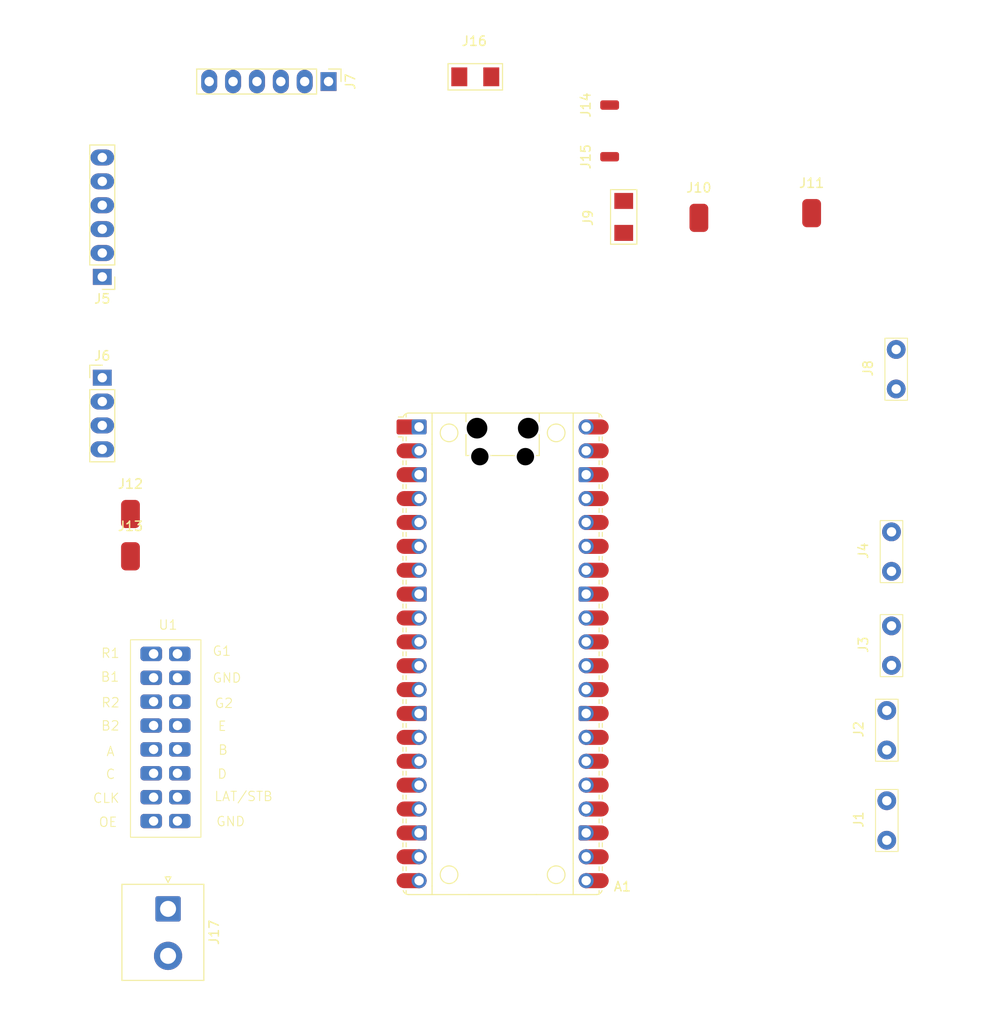
<source format=kicad_pcb>
(kicad_pcb (version 20240108) (generator "pcbnew") (generator_version "8.0")
  (layers (0 "F.Cu" signal) (31 "B.Cu" signal) (34 "B.Paste" user) (35 "F.Paste" user) (36 "B.SilkS" user "B.Silkscreen") (37 "F.SilkS" user "F.Silkscreen") (38 "B.Mask" user) (39 "F.Mask" user) (44 "Edge.Cuts" user))
  (net 0 "")
  (net 1 "+3.3V")
  (net 2 "GND")
  (net 3 "GPIO28_SPI1 RX")
  (net 5 "Net-(A1-GPIO20)")
  (net 7 "SCL")
  (net 8 "Net-(A1-GPIO5)")
  (net 9 "Net-(A1-GPIO16)")
  (net 10 "Net-(A1-GPIO8)")
  (net 11 "Net-(A1-GPIO14)")
  (net 12 "Net-(A1-GPIO21)")
  (net 13 "Net-(A1-GPIO13)")
  (net 14 "Net-(J8-Pin_2)")
  (net 15 "Net-(A1-GPIO4)")
  (net 17 "ADC0")
  (net 18 "Net-(A1-GPIO15)")
  (net 19 "Net-(A1-GPIO17)")
  (net 20 "Net-(A1-GPIO0)")
  (net 21 "SDA")
  (net 23 "Net-(A1-GPIO18)")
  (net 24 "Net-(A1-GPIO22)")
  (net 25 "GPIO27_SPI1 TX")
  (net 26 "Net-(A1-GPIO19)")
  (net 28 "Net-(A1-GPIO9)")
  (net 29 "Net-(A1-GPIO3)")
  (net 31 "Net-(A1-GPIO2)")
  (net 32 "Net-(A1-GPIO10)")
  (net 33 "Net-(A1-GPIO12)")
  (net 34 "Net-(A1-GPIO11)")
  (net 39 "Net-(J8-Pin_1)")
  (net 40 "-BATT")
  (net 41 "+BATT")
  (net 42 "+5V")
  (net 43 "Net-(J14-Pin_1)")
  (footprint "My_Library:buttons_solder_pins" (layer "F.Cu") (at 191.5 119 90)
    (property "Reference" "J1" (at 1 -3 -90) (layer "F.SilkS"))
    (property "Value" "Button_1")
    (fp_rect (start -2.4 -1.2) (end 4.2 1.2) (stroke (width 0.1)) (fill none) (layer "F.SilkS"))
    (pad "1" thru_hole circle (at -1.2 0 90) (size 2 2) (drill 1) (layers "*.Cu" "*.Mask") (net 19 "Net-(A1-GPIO17)"))
    (pad "2" thru_hole circle (at 3 0 90) (size 2 2) (drill 1) (layers "*.Cu" "*.Mask") (net 2 "GND"))
  )
  (footprint "Connector_Wire:SolderWirePad_1x01_SMD_1x2mm" (layer "F.Cu") (at 162 42 90)
    (property "Reference" "J14" (at 0 -2.54 -90) (layer "F.SilkS"))
    (property "Value" "5V")
    (pad "1" smd roundrect (at 0 0 90) (size 1 2) (layers "F.Cu" "F.Paste" "F.Mask") (net 43 "Net-(J14-Pin_1)"))
  )
  (footprint "My_Library:solder_pads_2" (layer "F.Cu") (at 147.6 39)
    (property "Reference" "J16" (at 0 -3.8 0) (layer "F.SilkS"))
    (property "Value" "switch")
    (fp_line (start -2.8 -1.4) (end 3 -1.4) (stroke (width 0.12)) (layer "F.SilkS"))
    (fp_line (start -2.8 1.4) (end -2.8 -1.4) (stroke (width 0.12)) (layer "F.SilkS"))
    (fp_line (start 3 -1.4) (end 3 1.4) (stroke (width 0.12)) (layer "F.SilkS"))
    (fp_line (start 3 1.4) (end -2.8 1.4) (stroke (width 0.12)) (layer "F.SilkS"))
    (pad "1" smd rect (at -1.6 0) (size 1.7 2) (layers "F.Cu" "F.Mask") (net 43 "Net-(J14-Pin_1)"))
    (pad "2" smd rect (at 1.8 0) (size 1.7 2) (layers "F.Cu" "F.Mask") (net 42 "+5V"))
  )
  (footprint "Connector_Wire:SolderWirePad_1x01_SMD_1x2mm" (layer "F.Cu") (at 162 47.5 90)
    (property "Reference" "J15" (at 0 -2.54 -90) (layer "F.SilkS"))
    (property "Value" "GND")
    (pad "1" smd roundrect (at 0 0 90) (size 1 2) (layers "F.Cu" "F.Paste" "F.Mask") (net 2 "GND"))
  )
  (footprint "Connector_PinHeader_2.54mm:PinHeader_1x06_P2.54mm_Vertical" (layer "F.Cu") (at 108 60.28 180)
    (property "Reference" "J5" (at 0 -2.33 180) (layer "F.SilkS"))
    (property "Value" "BME 280")
    (fp_line (start 1.33 1.27) (end 1.33 14.03) (stroke (width 0.12)) (layer "F.SilkS"))
    (fp_line (start -1.33 14.03) (end 1.33 14.03) (stroke (width 0.12)) (layer "F.SilkS"))
    (fp_line (start -1.33 1.27) (end 1.33 1.27) (stroke (width 0.12)) (layer "F.SilkS"))
    (fp_line (start -1.33 1.27) (end -1.33 14.03) (stroke (width 0.12)) (layer "F.SilkS"))
    (fp_line (start -1.33 0) (end -1.33 -1.33) (stroke (width 0.12)) (layer "F.SilkS"))
    (fp_line (start -1.33 -1.33) (end 0 -1.33) (stroke (width 0.12)) (layer "F.SilkS"))
    (pad "1" thru_hole rect (at 0 0 180) (size 2 1.7) (drill 1) (layers "*.Cu" "*.Mask"))
    (pad "2" thru_hole oval (at 0 2.54 180) (size 2.5 1.7) (drill 1) (layers "*.Cu" "*.Mask"))
    (pad "3" thru_hole oval (at 0 5.08 180) (size 2.5 1.7) (drill 1) (layers "*.Cu" "*.Mask") (net 21 "SDA"))
    (pad "4" thru_hole oval (at 0 7.62 180) (size 2.5 1.7) (drill 1) (layers "*.Cu" "*.Mask") (net 7 "SCL"))
    (pad "5" thru_hole oval (at 0 10.16 180) (size 2.5 1.7) (drill 1) (layers "*.Cu" "*.Mask") (net 2 "GND"))
    (pad "6" thru_hole oval (at 0 12.7 180) (size 2.5 1.7) (drill 1) (layers "*.Cu" "*.Mask") (net 1 "+3.3V"))
  )
  (footprint "Connector_JST:JST_NV_B02P-NV_1x02_P5.00mm_Vertical" (layer "F.Cu") (at 115 127.5 -90)
    (property "Reference" "J17" (at 2.5 -4.9 90) (layer "F.SilkS"))
    (property "Value" "terminal block Connector")
    (fp_line (start -2.61 4.91) (end 7.61 4.91) (stroke (width 0.12)) (layer "F.SilkS"))
    (fp_line (start 7.61 4.91) (end 7.61 -3.81) (stroke (width 0.12)) (layer "F.SilkS"))
    (fp_line (start -3.41 0.3) (end -3.41 -0.3) (stroke (width 0.12)) (layer "F.SilkS"))
    (fp_line (start -2.81 0) (end -3.41 0.3) (stroke (width 0.12)) (layer "F.SilkS"))
    (fp_line (start -3.41 -0.3) (end -2.81 0) (stroke (width 0.12)) (layer "F.SilkS"))
    (fp_line (start -2.61 -3.81) (end -2.61 4.91) (stroke (width 0.12)) (layer "F.SilkS"))
    (fp_line (start 7.61 -3.81) (end -2.61 -3.81) (stroke (width 0.12)) (layer "F.SilkS"))
    (pad "1" thru_hole roundrect (at 0 0 270) (size 2.7 2.7) (drill 1.7) (layers "*.Cu" "*.Mask") (roundrect_rratio 0.092593) (net 2 "GND"))
    (pad "2" thru_hole circle (at 5 0 270) (size 3 3) (drill 1.7) (layers "*.Cu" "*.Mask") (net 42 "+5V"))
  )
  (footprint "Connector_PinHeader_2.54mm:PinHeader_1x06_P2.54mm_Vertical" (layer "F.Cu") (at 132.08 39.5 -90)
    (property "Reference" "J7" (at 0 -2.33 90) (layer "F.SilkS"))
    (property "Value" "Micro SD Card module")
    (fp_line (start -1.33 14.03) (end 1.33 14.03) (stroke (width 0.12)) (layer "F.SilkS"))
    (fp_line (start -1.33 1.27) (end -1.33 14.03) (stroke (width 0.12)) (layer "F.SilkS"))
    (fp_line (start -1.33 1.27) (end 1.33 1.27) (stroke (width 0.12)) (layer "F.SilkS"))
    (fp_line (start 1.33 1.27) (end 1.33 14.03) (stroke (width 0.12)) (layer "F.SilkS"))
    (fp_line (start -1.33 0) (end -1.33 -1.33) (stroke (width 0.12)) (layer "F.SilkS"))
    (fp_line (start -1.33 -1.33) (end 0 -1.33) (stroke (width 0.12)) (layer "F.SilkS"))
    (pad "1" thru_hole rect (at 0 0 270) (size 2 1.7) (drill 1) (layers "*.Cu" "*.Mask") (net 2 "GND"))
    (pad "2" thru_hole oval (at 0 2.54 270) (size 2.5 1.7) (drill 1) (layers "*.Cu" "*.Mask") (net 3 "GPIO28_SPI1 RX"))
    (pad "3" thru_hole oval (at 0 5.08 270) (size 2.5 1.7) (drill 1) (layers "*.Cu" "*.Mask") (net 11 "Net-(A1-GPIO14)"))
    (pad "4" thru_hole oval (at 0 7.62 270) (size 2.5 1.7) (drill 1) (layers "*.Cu" "*.Mask") (net 25 "GPIO27_SPI1 TX"))
    (pad "5" thru_hole oval (at 0 10.16 270) (size 2.5 1.7) (drill 1) (layers "*.Cu" "*.Mask") (net 20 "Net-(A1-GPIO0)"))
    (pad "6" thru_hole oval (at 0 12.7 270) (size 2.5 1.7) (drill 1) (layers "*.Cu" "*.Mask") (net 1 "+3.3V"))
  )
  (footprint "My_Library:SolderWirePad_big" (layer "F.Cu") (at 171.5 53.6)
    (property "Reference" "J10" (at 0 -2.8 0) (layer "F.SilkS"))
    (property "Value" "BAT-")
    (pad "1" smd roundrect (at 0 0.4) (size 2 3) (layers "F.Cu" "F.Paste" "F.Mask") (net 40 "-BATT"))
  )
  (footprint "My_Library:hub75" (layer "F.Cu") (at 115 95.3)
    (property "Reference" "U1" (at 0 2 0) (layer "F.SilkS") (effects (font (thickness 0.1))))
    (property "Value" "HUB75")
    (fp_rect (start -4 3.58) (end 3.5 24.58) (stroke (width 0.1)) (fill none) (layer "F.SilkS"))
    (fp_text user "C" (at -6.69 18.46 0) (layer "F.SilkS") (effects (font (thickness 0.1)) (justify left bottom)))
    (fp_text user "E" (at 5.24 13.35 0) (layer "F.SilkS") (effects (font (thickness 0.1)) (justify left bottom)))
    (fp_text user "G2" (at 4.91 10.91 0) (layer "F.SilkS") (effects (font (thickness 0.1)) (justify left bottom)))
    (fp_text user "GND" (at 5.07 23.49 0) (layer "F.SilkS") (effects (font (thickness 0.1)) (justify left bottom)))
    (fp_text user "GND" (at 4.68 8.22 0) (layer "F.SilkS") (effects (font (thickness 0.1)) (justify left bottom)))
    (fp_text user "A" (at -6.62 16.04 0) (layer "F.SilkS") (effects (font (thickness 0.1)) (justify left bottom)))
    (fp_text user "LAT/STB" (at 4.87 20.82 0) (layer "F.SilkS") (effects (font (thickness 0.1)) (justify left bottom)))
    (fp_text user "CLK" (at -8.05 21.01 0) (layer "F.SilkS") (effects (font (thickness 0.1)) (justify left bottom)))
    (fp_text user "B1" (at -7.22 8.11 0) (layer "F.SilkS") (effects (font (thickness 0.1)) (justify left bottom)))
    (fp_text user "G1" (at 4.68 5.36 0) (layer "F.SilkS") (effects (font (thickness 0.1)) (justify left bottom)))
    (fp_text user "R2" (at -7.16 10.85 0) (layer "F.SilkS") (effects (font (thickness 0.1)) (justify left bottom)))
    (fp_text user "R1" (at -7.18 5.59 0) (layer "F.SilkS") (effects (font (thickness 0.1)) (justify left bottom)))
    (fp_text user "OE" (at -7.43 23.56 0) (layer "F.SilkS") (effects (font (thickness 0.1)) (justify left bottom)))
    (fp_text user "B2" (at -7.18 13.31 0) (layer "F.SilkS") (effects (font (thickness 0.1)) (justify left bottom)))
    (fp_text user "B" (at 5.28 15.88 0) (layer "F.SilkS") (effects (font (thickness 0.1)) (justify left bottom)))
    (fp_text user "D" (at 5.2 18.44 0) (layer "F.SilkS") (effects (font (thickness 0.1)) (justify left bottom)))
    (pad "1" thru_hole roundrect (at -1.54 5.08) (size 2.286 1.524) (drill 1 (offset -0.254 0)) (layers "*.Cu" "*.Mask") (net 31 "Net-(A1-GPIO2)"))
    (pad "1" thru_hole roundrect (at -1.54 5.08) (size 2.286 1.524) (drill 1 (offset -0.254 0)) (layers "*.Cu" "*.Mask") (net 31 "Net-(A1-GPIO2)"))
    (pad "2" thru_hole roundrect (at -1.54 7.62) (size 2.286 1.524) (drill 1 (offset -0.254 0)) (layers "*.Cu" "*.Mask") (net 15 "Net-(A1-GPIO4)"))
    (pad "3" thru_hole roundrect (at -1.54 10.16) (size 2.286 1.524) (drill 1 (offset -0.254 0)) (layers "*.Cu" "*.Mask") (net 8 "Net-(A1-GPIO5)"))
    (pad "4" thru_hole roundrect (at -1.54 12.7) (size 2.286 1.524) (drill 1 (offset -0.254 0)) (layers "*.Cu" "*.Mask") (net 28 "Net-(A1-GPIO9)"))
    (pad "5" thru_hole roundrect (at -1.54 15.24) (size 2.286 1.524) (drill 1 (offset -0.254 0)) (layers "*.Cu" "*.Mask") (net 32 "Net-(A1-GPIO10)"))
    (pad "6" thru_hole roundrect (at -1.54 17.78) (size 2.286 1.524) (drill 1 (offset -0.254 0)) (layers "*.Cu" "*.Mask") (net 23 "Net-(A1-GPIO18)"))
    (pad "7" thru_hole roundrect (at -1.54 20.32) (size 2.286 1.524) (drill 1 (offset -0.254 0)) (layers "*.Cu" "*.Mask") (net 34 "Net-(A1-GPIO11)"))
    (pad "8" thru_hole roundrect (at -1.54 22.86) (size 2.286 1.524) (drill 1 (offset -0.254 0)) (layers "*.Cu" "*.Mask") (net 13 "Net-(A1-GPIO13)"))
    (pad "9" thru_hole roundrect (at 1 5.08) (size 2.286 1.524) (drill 1 (offset 0.254 0)) (layers "*.Cu" "*.Mask") (net 29 "Net-(A1-GPIO3)"))
    (pad "9" thru_hole roundrect (at 1 5.08) (size 2.286 1.524) (drill 1 (offset 0.254 0)) (layers "*.Cu" "*.Mask") (net 29 "Net-(A1-GPIO3)"))
    (pad "10" thru_hole roundrect (at 1 7.62) (size 2.286 1.524) (drill 1 (offset 0.254 0)) (layers "*.Cu" "*.Mask"))
    (pad "11" thru_hole roundrect (at 1 10.16) (size 2.286 1.524) (drill 1 (offset 0.254 0)) (layers "*.Cu" "*.Mask") (net 10 "Net-(A1-GPIO8)"))
    (pad "12" thru_hole roundrect (at 1 12.7) (size 2.286 1.524) (drill 1 (offset 0.254 0)) (layers "*.Cu" "*.Mask"))
    (pad "13" thru_hole roundrect (at 1 15.24) (size 2.286 1.524) (drill 1 (offset 0.254 0)) (layers "*.Cu" "*.Mask") (net 9 "Net-(A1-GPIO16)"))
    (pad "14" thru_hole roundrect (at 1 17.78) (size 2.286 1.524) (drill 1 (offset 0.254 0)) (layers "*.Cu" "*.Mask") (net 5 "Net-(A1-GPIO20)"))
    (pad "15" thru_hole roundrect (at 1 20.32) (size 2.286 1.524) (drill 1 (offset 0.254 0)) (layers "*.Cu" "*.Mask") (net 33 "Net-(A1-GPIO12)"))
    (pad "16" thru_hole roundrect (at 1 22.86) (size 2.286 1.524) (drill 1 (offset 0.254 0)) (layers "*.Cu" "*.Mask") (net 2 "GND"))
  )
  (footprint "My_Library:solder_pads_2" (layer "F.Cu") (at 163.5 54 90)
    (property "Reference" "J9" (at 0 -3.8 -90) (layer "F.SilkS"))
    (property "Value" "button_on_module")
    (fp_line (start 3 -1.4) (end 3 1.4) (stroke (width 0.12)) (layer "F.SilkS"))
    (fp_line (start -2.8 -1.4) (end 3 -1.4) (stroke (width 0.12)) (layer "F.SilkS"))
    (fp_line (start 3 1.4) (end -2.8 1.4) (stroke (width 0.12)) (layer "F.SilkS"))
    (fp_line (start -2.8 1.4) (end -2.8 -1.4) (stroke (width 0.12)) (layer "F.SilkS"))
    (pad "1" smd rect (at -1.6 0 90) (size 1.7 2) (layers "F.Cu" "F.Mask") (net 39 "Net-(J8-Pin_1)"))
    (pad "2" smd rect (at 1.8 0 90) (size 1.7 2) (layers "F.Cu" "F.Mask") (net 14 "Net-(J8-Pin_2)"))
  )
  (footprint "My_Library:buttons_solder_pins" (layer "F.Cu") (at 192 100.4 90)
    (property "Reference" "J3" (at 1 -3 -90) (layer "F.SilkS"))
    (property "Value" "Button_3")
    (fp_rect (start -2.4 -1.2) (end 4.2 1.2) (stroke (width 0.1)) (fill none) (layer "F.SilkS"))
    (pad "1" thru_hole circle (at -1.2 0 90) (size 2 2) (drill 1) (layers "*.Cu" "*.Mask") (net 12 "Net-(A1-GPIO21)"))
    (pad "2" thru_hole circle (at 3 0 90) (size 2 2) (drill 1) (layers "*.Cu" "*.Mask") (net 2 "GND"))
  )
  (footprint "My_Library:buttons_solder_pins" (layer "F.Cu") (at 192.5 71 90)
    (property "Reference" "J8" (at 1 -3 -90) (layer "F.SilkS"))
    (property "Value" "Button_5")
    (fp_rect (start -2.4 -1.2) (end 4.2 1.2) (stroke (width 0.1)) (fill none) (layer "F.SilkS"))
    (pad "1" thru_hole circle (at -1.2 0 90) (size 2 2) (drill 1) (layers "*.Cu" "*.Mask") (net 39 "Net-(J8-Pin_1)"))
    (pad "2" thru_hole circle (at 3 0 90) (size 2 2) (drill 1) (layers "*.Cu" "*.Mask") (net 14 "Net-(J8-Pin_2)"))
  )
  (footprint "My_Library:buttons_solder_pins" (layer "F.Cu") (at 191.5 109.4 90)
    (property "Reference" "J2" (at 1 -3 -90) (layer "F.SilkS"))
    (property "Value" "Button_2")
    (fp_rect (start -2.4 -1.2) (end 4.2 1.2) (stroke (width 0.1)) (fill none) (layer "F.SilkS"))
    (pad "1" thru_hole circle (at -1.2 0 90) (size 2 2) (drill 1) (layers "*.Cu" "*.Mask") (net 26 "Net-(A1-GPIO19)"))
    (pad "2" thru_hole circle (at 3 0 90) (size 2 2) (drill 1) (layers "*.Cu" "*.Mask") (net 2 "GND"))
  )
  (footprint "My_Library:SolderWirePad_big" (layer "F.Cu") (at 183.5 53.1)
    (property "Reference" "J11" (at 0 -2.8 0) (layer "F.SilkS"))
    (property "Value" "BAT+")
    (pad "1" smd roundrect (at 0 0.4) (size 2 3) (layers "F.Cu" "F.Paste" "F.Mask") (net 41 "+BATT"))
  )
  (footprint "My_Library:SolderWirePad_big" (layer "F.Cu") (at 111 85.1)
    (property "Reference" "J12" (at 0 -2.8 0) (layer "F.SilkS"))
    (property "Value" "BAT-")
    (pad "1" smd roundrect (at 0 0.4) (size 2 3) (layers "F.Cu" "F.Paste" "F.Mask") (net 40 "-BATT"))
  )
  (footprint "Module_RaspberryPi_Pico:RaspberryPi_Pico_Common" (layer "F.Cu") (at 150.61 100.37)
    (property "Reference" "A1" (at 11.7475 24.765 0) (layer "F.SilkS") (effects (justify left)))
    (property "Value" "RaspberryPi_Pico_W")
    (fp_line (start -10.61 -23.07) (end -11.09 -23.07) (stroke (width 0.12)) (layer "F.SilkS"))
    (fp_line (start -10.61 -23.07) (end -10.61 -22.65) (stroke (width 0.12)) (layer "F.SilkS"))
    (fp_line (start -10.61 -20.53) (end -10.61 -20.11) (stroke (width 0.12)) (layer "F.SilkS"))
    (fp_line (start -10.61 -17.99) (end -10.61 -17.57) (stroke (width 0.12)) (layer "F.SilkS"))
    (fp_line (start -10.61 -15.45) (end -10.61 -15.03) (stroke (width 0.12)) (layer "F.SilkS"))
    (fp_line (start -10.61 -12.91) (end -10.61 -12.49) (stroke (width 0.12)) (layer "F.SilkS"))
    (fp_line (start -10.61 -10.37) (end -10.61 -9.95) (stroke (width 0.12)) (layer "F.SilkS"))
    (fp_line (start -10.61 -7.83) (end -10.61 -7.41) (stroke (width 0.12)) (layer "F.SilkS"))
    (fp_line (start -10.61 -5.29) (end -10.61 -4.87) (stroke (width 0.12)) (layer "F.SilkS"))
    (fp_line (start -10.61 -2.75) (end -10.61 -2.33) (stroke (width 0.12)) (layer "F.SilkS"))
    (fp_line (start -10.61 -0.21) (end -10.61 0.21) (stroke (width 0.12)) (layer "F.SilkS"))
    (fp_line (start -10.61 2.33) (end -10.61 2.75) (stroke (width 0.12)) (layer "F.SilkS"))
    (fp_line (start -10.61 4.87) (end -10.61 5.29) (stroke (width 0.12)) (layer "F.SilkS"))
    (fp_line (start -10.61 7.41) (end -10.61 7.83) (stroke (width 0.12)) (layer "F.SilkS"))
    (fp_line (start -10.61 9.95) (end -10.61 10.37) (stroke (width 0.12)) (layer "F.SilkS"))
    (fp_line (start -10.61 12.49) (end -10.61 12.91) (stroke (width 0.12)) (layer "F.SilkS"))
    (fp_line (start -10.61 15.03) (end -10.61 15.45) (stroke (width 0.12)) (layer "F.SilkS"))
    (fp_line (start -10.61 17.57) (end -10.61 17.99) (stroke (width 0.12)) (layer "F.SilkS"))
    (fp_line (start -10.61 20.11) (end -10.61 20.53) (stroke (width 0.12)) (layer "F.SilkS"))
    (fp_line (start -10.61 22.65) (end -10.61 23.07) (stroke (width 0.12)) (layer "F.SilkS"))
    (fp_line (start -10.579676 -25.19) (end -11.09 -25.19) (stroke (width 0.12)) (layer "F.SilkS"))
    (fp_line (start -10.27 -25.189937) (end -10.27 -25.547) (stroke (width 0.12)) (layer "F.SilkS"))
    (fp_line (start -10.27 -23.07) (end -10.27 -22.65) (stroke (width 0.12)) (layer "F.SilkS"))
    (fp_line (start -10.27 -20.53) (end -10.27 -20.11) (stroke (width 0.12)) (layer "F.SilkS"))
    (fp_line (start -10.27 -17.99) (end -10.27 -17.57) (stroke (width 0.12)) (layer "F.SilkS"))
    (fp_line (start -10.27 -15.45) (end -10.27 -15.03) (stroke (width 0.12)) (layer "F.SilkS"))
    (fp_line (start -10.27 -12.91) (end -10.27 -12.49) (stroke (width 0.12)) (layer "F.SilkS"))
    (fp_line (start -10.27 -10.37) (end -10.27 -9.95) (stroke (width 0.12)) (layer "F.SilkS"))
    (fp_line (start -10.27 -7.83) (end -10.27 -7.41) (stroke (width 0.12)) (layer "F.SilkS"))
    (fp_line (start -10.27 -5.29) (end -10.27 -4.87) (stroke (width 0.12)) (layer "F.SilkS"))
    (fp_line (start -10.27 -2.75) (end -10.27 -2.33) (stroke (width 0.12)) (layer "F.SilkS"))
    (fp_line (start -10.27 -0.21) (end -10.27 0.21) (stroke (width 0.12)) (layer "F.SilkS"))
    (fp_line (start -10.27 2.33) (end -10.27 2.75) (stroke (width 0.12)) (layer "F.SilkS"))
    (fp_line (start -10.27 4.87) (end -10.27 5.29) (stroke (width 0.12)) (layer "F.SilkS"))
    (fp_line (start -10.27 7.41) (end -10.27 7.83) (stroke (width 0.12)) (layer "F.SilkS"))
    (fp_line (start -10.27 9.95) (end -10.27 10.37) (stroke (width 0.12)) (layer "F.SilkS"))
    (fp_line (start -10.27 12.49) (end -10.27 12.91) (stroke (width 0.12)) (layer "F.SilkS"))
    (fp_line (start -10.27 15.03) (end -10.27 15.45) (stroke (width 0.12)) (layer "F.SilkS"))
    (fp_line (start -10.27 17.57) (end -10.27 17.99) (stroke (width 0.12)) (layer "F.SilkS"))
    (fp_line (start -10.27 20.11) (end -10.27 20.53) (stroke (width 0.12)) (layer "F.SilkS"))
    (fp_line (start -10.27 22.65) (end -10.27 23.07) (stroke (width 0.12)) (layer "F.SilkS"))
    (fp_line (start -10.27 25.189937) (end -10.27 25.547) (stroke (width 0.12)) (layer "F.SilkS"))
    (fp_line (start -10 -25.61) (end -7.51 -25.61) (stroke (width 0.12)) (layer "F.SilkS"))
    (fp_line (start -10 25.61) (end -3.6 25.61) (stroke (width 0.12)) (layer "F.SilkS"))
    (fp_line (start -7.51 -25.61) (end -7.51 -24.69648) (stroke (width 0.12)) (layer "F.SilkS"))
    (fp_line (start -7.51 -25.61) (end -4.235 -25.61) (stroke (width 0.12)) (layer "F.SilkS"))
    (fp_line (start -7.51 -24.69648) (end -7.51 -22.30352) (stroke (width 0.12)) (layer "F.SilkS"))
    (fp_line (start -7.51 -22.30352) (end -7.51 22.30352) (stroke (width 0.12)) (layer "F.SilkS"))
    (fp_line (start -7.51 22.30352) (end -7.51 24.69648) (stroke (width 0.12)) (layer "F.SilkS"))
    (fp_line (start -7.51 24.69648) (end -7.51 25.61) (stroke (width 0.12)) (layer "F.SilkS"))
    (fp_line (start -4.235 -25.61) (end 4.235 -25.61) (stroke (width 0.12)) (layer "F.SilkS"))
    (fp_line (start -3.9 -25.61) (end -3.9 -24.694) (stroke (width 0.12)) (layer "F.SilkS"))
    (fp_line (start -3.9 -23.3152) (end -3.9 -21.09) (stroke (width 0.12)) (layer "F.SilkS"))
    (fp_line (start -3.9 -21.09) (end -3.60391 -21.09) (stroke (width 0.12)) (layer "F.SilkS"))
    (fp_line (start -1.24609 -21.09) (end 1.24609 -21.09) (stroke (width 0.12)) (layer "F.SilkS"))
    (fp_line (start 3.6 25.61) (end -3.6 25.61) (stroke (width 0.12)) (layer "F.SilkS"))
    (fp_line (start 3.6 25.61) (end 10 25.61) (stroke (width 0.12)) (layer "F.SilkS"))
    (fp_line (start 3.60391 -21.09) (end 3.9 -21.09) (stroke (width 0.12)) (layer "F.SilkS"))
    (fp_line (start 3.9 -25.61) (end 3.9 -24.694) (stroke (width 0.12)) (layer "F.SilkS"))
    (fp_line (start 3.9 -23.3152) (end 3.9 -21.09) (stroke (width 0.12)) (layer "F.SilkS"))
    (fp_line (start 4.235 -25.61) (end 7.51 -25.61) (stroke (width 0.12)) (layer "F.SilkS"))
    (fp_line (start 7.51 -25.61) (end 7.51 -24.69648) (stroke (width 0.12)) (layer "F.SilkS"))
    (fp_line (start 7.51 -24.69648) (end 7.51 -22.30352) (stroke (width 0.12)) (layer "F.SilkS"))
    (fp_line (start 7.51 -22.30352) (end 7.51 22.30352) (stroke (width 0.12)) (layer "F.SilkS"))
    (fp_line (start 7.51 22.30352) (end 7.51 24.69648) (stroke (width 0.12)) (layer "F.SilkS"))
    (fp_line (start 7.51 24.69648) (end 7.51 25.61) (stroke (width 0.12)) (layer "F.SilkS"))
    (fp_line (start 10 -25.61) (end 7.51 -25.61) (stroke (width 0.12)) (layer "F.SilkS"))
    (fp_line (start 10.27 -25.189937) (end 10.27 -25.547) (stroke (width 0.12)) (layer "F.SilkS"))
    (fp_line (start 10.27 -23.07) (end 10.27 -22.65) (stroke (width 0.12)) (layer "F.SilkS"))
    (fp_line (start 10.27 -20.53) (end 10.27 -20.11) (stroke (width 0.12)) (layer "F.SilkS"))
    (fp_line (start 10.27 -17.99) (end 10.27 -17.57) (stroke (width 0.12)) (layer "F.SilkS"))
    (fp_line (start 10.27 -15.45) (end 10.27 -15.03) (stroke (width 0.12)) (layer "F.SilkS"))
    (fp_line (start 10.27 -12.91) (end 10.27 -12.49) (stroke (width 0.12)) (layer "F.SilkS"))
    (fp_line (start 10.27 -10.37) (end 10.27 -9.95) (stroke (width 0.12)) (layer "F.SilkS"))
    (fp_line (start 10.27 -7.83) (end 10.27 -7.41) (stroke (width 0.12)) (layer "F.SilkS"))
    (fp_line (start 10.27 -5.29) (end 10.27 -4.87) (stroke (width 0.12)) (layer "F.SilkS"))
    (fp_line (start 10.27 -2.75) (end 10.27 -2.33) (stroke (width 0.12)) (layer "F.SilkS"))
    (fp_line (start 10.27 -0.21) (end 10.27 0.21) (stroke (width 0.12)) (layer "F.SilkS"))
    (fp_line (start 10.27 2.33) (end 10.27 2.75) (stroke (width 0.12)) (layer "F.SilkS"))
    (fp_line (start 10.27 4.87) (end 10.27 5.29) (stroke (width 0.12)) (layer "F.SilkS"))
    (fp_line (start 10.27 7.41) (end 10.27 7.83) (stroke (width 0.12)) (layer "F.SilkS"))
    (fp_line (start 10.27 9.95) (end 10.27 10.37) (stroke (width 0.12)) (layer "F.SilkS"))
    (fp_line (start 10.27 12.49) (end 10.27 12.91) (stroke (width 0.12)) (layer "F.SilkS"))
    (fp_line (start 10.27 15.03) (end 10.27 15.45) (stroke (width 0.12)) (layer "F.SilkS"))
    (fp_line (start 10.27 17.57) (end 10.27 17.99) (stroke (width 0.12)) (layer "F.SilkS"))
    (fp_line (start 10.27 20.11) (end 10.27 20.53) (stroke (width 0.12)) (layer "F.SilkS"))
    (fp_line (start 10.27 22.65) (end 10.27 23.07) (stroke (width 0.12)) (layer "F.SilkS"))
    (fp_line (start 10.27 25.189937) (end 10.27 25.547) (stroke (width 0.12)) (layer "F.SilkS"))
    (fp_line (start 10.61 -23.07) (end 10.61 -22.65) (stroke (width 0.12)) (layer "F.SilkS"))
    (fp_line (start 10.61 -20.53) (end 10.61 -20.11) (stroke (width 0.12)) (layer "F.SilkS"))
    (fp_line (start 10.61 -17.99) (end 10.61 -17.57) (stroke (width 0.12)) (layer "F.SilkS"))
    (fp_line (start 10.61 -15.45) (end 10.61 -15.03) (stroke (width 0.12)) (layer "F.SilkS"))
    (fp_line (start 10.61 -12.91) (end 10.61 -12.49) (stroke (width 0.12)) (layer "F.SilkS"))
    (fp_line (start 10.61 -10.37) (end 10.61 -9.95) (stroke (width 0.12)) (layer "F.SilkS"))
    (fp_line (start 10.61 -7.83) (end 10.61 -7.41) (stroke (width 0.12)) (layer "F.SilkS"))
    (fp_line (start 10.61 -5.29) (end 10.61 -4.87) (stroke (width 0.12)) (layer "F.SilkS"))
    (fp_line (start 10.61 -2.75) (end 10.61 -2.33) (stroke (width 0.12)) (layer "F.SilkS"))
    (fp_line (start 10.61 -0.21) (end 10.61 0.21) (stroke (width 0.12)) (layer "F.SilkS"))
    (fp_line (start 10.61 2.33) (end 10.61 2.75) (stroke (width 0.12)) (layer "F.SilkS"))
    (fp_line (start 10.61 4.87) (end 10.61 5.29) (stroke (width 0.12)) (layer "F.SilkS"))
    (fp_line (start 10.61 7.41) (end 10.61 7.83) (stroke (width 0.12)) (layer "F.SilkS"))
    (fp_line (start 10.61 9.95) (end 10.61 10.37) (stroke (width 0.12)) (layer "F.SilkS"))
    (fp_line (start 10.61 12.49) (end 10.61 12.91) (stroke (width 0.12)) (layer "F.SilkS"))
    (fp_line (start 10.61 15.03) (end 10.61 15.45) (stroke (width 0.12)) (layer "F.SilkS"))
    (fp_line (start 10.61 17.57) (end 10.61 17.99) (stroke (width 0.12)) (layer "F.SilkS"))
    (fp_line (start 10.61 20.11) (end 10.61 20.53) (stroke (width 0.12)) (layer "F.SilkS"))
    (fp_line (start 10.61 22.65) (end 10.61 23.07) (stroke (width 0.12)) (layer "F.SilkS"))
    (fp_arc (start -10.579676 -25.19) (mid -10.357916 -25.49396) (end -10 -25.61) (stroke (width 0.12)) (layer "F.SilkS"))
    (fp_arc (start -10 25.61) (mid -10.357937 25.493944) (end -10.579676 25.189937) (stroke (width 0.12)) (layer "F.SilkS"))
    (fp_arc (start 10 -25.61) (mid 10.357937 -25.493944) (end 10.579676 -25.189937) (stroke (width 0.12)) (layer "F.SilkS"))
    (fp_arc (start 10.579676 25.189937) (mid 10.357958 25.493991) (end 10 25.61) (stroke (width 0.12)) (layer "F.SilkS"))
    (fp_circle (center -5.7 -23.5) (end -4.76 -23.5) (stroke (width 0.12)) (fill none) (layer "F.SilkS"))
    (fp_circle (center -5.7 23.5) (end -4.76 23.5) (stroke (width 0.12)) (fill none) (layer "F.SilkS"))
    (fp_circle (center 5.7 -23.5) (end 6.64 -23.5) (stroke (width 0.12)) (fill none) (layer "F.SilkS"))
    (fp_circle (center 5.7 23.5) (end 6.64 23.5) (stroke (width 0.12)) (fill none) (layer "F.SilkS"))
    (pad "" np_thru_hole circle (at -2.725 -24) (size 2.2 2.2) (drill 2.2) (layers "*.Mask"))
    (pad "" np_thru_hole circle (at -2.425 -20.97) (size 1.85 1.85) (drill 1.85) (layers "*.Mask"))
    (pad "" np_thru_hole circle (at 2.425 -20.97) (size 1.85 1.85) (drill 1.85) (layers "*.Mask"))
    (pad "" np_thru_hole circle (at 2.725 -24) (size 2.2 2.2) (drill 2.2) (layers "*.Mask"))
    (pad "1" thru_hole roundrect (at -8.89 -24.13) (size 1.6 1.6) (drill 1) (layers "*.Cu" "*.Mask") (roundrect_rratio 0.125) (net 20 "Net-(A1-GPIO0)"))
    (pad "1" smd custom (at -8.89 -24.13) (size 1.6 1.6) (layers "F.Cu" "F.Mask") (net 20 "Net-(A1-GPIO0)") (options (clearance outline) (anchor circle)) (primitives (gr_poly (pts (xy -2.4 0.6) (xy -2.4 -0.6) (xy -2.2 -0.8) (xy 0 -0.8) (xy 0 0.8) (xy -2.2 0.8)) (width 0) (fill yes)) (gr_circle (center -2.2 0.6) (end -2 0.6) (width 0) (fill yes)) (gr_circle (center -2.2 -0.6) (end -2 -0.6) (width 0) (fill yes))))
    (pad "2" thru_hole circle (at -8.89 -21.59) (size 1.6 1.6) (drill 1) (layers "*.Cu" "*.Mask"))
    (pad "2" smd roundrect (at -8.89 -21.59) (size 3.2 1.6) (drill (offset -0.8 0)) (layers "F.Cu" "F.Mask") (roundrect_rratio 0.5))
    (pad "3" thru_hole custom (at -8.89 -19.05) (size 1.6 1.6) (drill 1) (layers "*.Cu" "*.Mask") (net 2 "GND") (options (clearance outline) (anchor circle)) (primitives (gr_poly (pts (xy 0.8 0.6) (xy 0.8 -0.6) (xy 0.6 -0.8) (xy 0 -0.8) (xy 0 0.8) (xy 0.6 0.8)) (width 0) (fill yes)) (gr_circle (center 0.6 0.6) (end 0.8 0.6) (width 0) (fill yes)) (gr_circle (center 0.6 -0.6) (end 0.8 -0.6) (width 0) (fill yes))))
    (pad "3" smd custom (at -8.89 -19.05) (size 1.6 1.6) (layers "F.Cu" "F.Mask") (net 2 "GND") (options (clearance outline) (anchor circle)) (primitives (gr_poly (pts (xy 0.8 -0.6) (xy 0.8 0.6) (xy 0.6 0.8) (xy -1.6 0.8) (xy -1.6 -0.8) (xy 0.6 -0.8)) (width 0) (fill yes)) (gr_circle (center 0.6 0.6) (end 0.8 0.6) (width 0) (fill yes)) (gr_circle (center 0.6 -0.6) (end 0.8 -0.6) (width 0) (fill yes)) (gr_circle (center -1.6 0) (end -0.8 0) (width 0) (fill yes))))
    (pad "4" thru_hole circle (at -8.89 -16.51) (size 1.6 1.6) (drill 1) (layers "*.Cu" "*.Mask") (net 31 "Net-(A1-GPIO2)"))
    (pad "4" smd roundrect (at -8.89 -16.51) (size 3.2 1.6) (drill (offset -0.8 0)) (layers "F.Cu" "F.Mask") (roundrect_rratio 0.5) (net 31 "Net-(A1-GPIO2)"))
    (pad "5" thru_hole circle (at -8.89 -13.97) (size 1.6 1.6) (drill 1) (layers "*.Cu" "*.Mask") (net 29 "Net-(A1-GPIO3)"))
    (pad "5" smd roundrect (at -8.89 -13.97) (size 3.2 1.6) (drill (offset -0.8 0)) (layers "F.Cu" "F.Mask") (roundrect_rratio 0.5) (net 29 "Net-(A1-GPIO3)"))
    (pad "6" thru_hole circle (at -8.89 -11.43) (size 1.6 1.6) (drill 1) (layers "*.Cu" "*.Mask") (net 15 "Net-(A1-GPIO4)"))
    (pad "6" smd roundrect (at -8.89 -11.43) (size 3.2 1.6) (drill (offset -0.8 0)) (layers "F.Cu" "F.Mask") (roundrect_rratio 0.5) (net 15 "Net-(A1-GPIO4)"))
    (pad "7" thru_hole circle (at -8.89 -8.89) (size 1.6 1.6) (drill 1) (layers "*.Cu" "*.Mask") (net 8 "Net-(A1-GPIO5)"))
    (pad "7" smd roundrect (at -8.89 -8.89) (size 3.2 1.6) (drill (offset -0.8 0)) (layers "F.Cu" "F.Mask") (roundrect_rratio 0.5) (net 8 "Net-(A1-GPIO5)"))
    (pad "8" thru_hole custom (at -8.89 -6.35) (size 1.6 1.6) (drill 1) (layers "*.Cu" "*.Mask") (net 2 "GND") (options (clearance outline) (anchor circle)) (primitives (gr_poly (pts (xy 0.8 0.6) (xy 0.8 -0.6) (xy 0.6 -0.8) (xy 0 -0.8) (xy 0 0.8) (xy 0.6 0.8)) (width 0) (fill yes)) (gr_circle (center 0.6 0.6) (end 0.8 0.6) (width 0) (fill yes)) (gr_circle (center 0.6 -0.6) (end 0.8 -0.6) (width 0) (fill yes))))
    (pad "8" smd custom (at -8.89 -6.35) (size 1.6 1.6) (layers "F.Cu" "F.Mask") (net 2 "GND") (options (clearance outline) (anchor circle)) (primitives (gr_poly (pts (xy 0.8 -0.6) (xy 0.8 0.6) (xy 0.6 0.8) (xy -1.6 0.8) (xy -1.6 -0.8) (xy 0.6 -0.8)) (width 0) (fill yes)) (gr_circle (center 0.6 0.6) (end 0.8 0.6) (width 0) (fill yes)) (gr_circle (center 0.6 -0.6) (end 0.8 -0.6) (width 0) (fill yes)) (gr_circle (center -1.6 0) (end -0.8 0) (width 0) (fill yes))))
    (pad "9" thru_hole circle (at -8.89 -3.81) (size 1.6 1.6) (drill 1) (layers "*.Cu" "*.Mask") (net 21 "SDA"))
    (pad "9" smd roundrect (at -8.89 -3.81) (size 3.2 1.6) (drill (offset -0.8 0)) (layers "F.Cu" "F.Mask") (roundrect_rratio 0.5) (net 21 "SDA"))
    (pad "10" thru_hole circle (at -8.89 -1.27) (size 1.6 1.6) (drill 1) (layers "*.Cu" "*.Mask") (net 7 "SCL"))
    (pad "10" smd roundrect (at -8.89 -1.27) (size 3.2 1.6) (drill (offset -0.8 0)) (layers "F.Cu" "F.Mask") (roundrect_rratio 0.5) (net 7 "SCL"))
    (pad "11" thru_hole circle (at -8.89 1.27) (size 1.6 1.6) (drill 1) (layers "*.Cu" "*.Mask") (net 10 "Net-(A1-GPIO8)"))
    (pad "11" smd roundrect (at -8.89 1.27) (size 3.2 1.6) (drill (offset -0.8 0)) (layers "F.Cu" "F.Mask") (roundrect_rratio 0.5) (net 10 "Net-(A1-GPIO8)"))
    (pad "12" thru_hole circle (at -8.89 3.81) (size 1.6 1.6) (drill 1) (layers "*.Cu" "*.Mask") (net 28 "Net-(A1-GPIO9)"))
    (pad "12" smd roundrect (at -8.89 3.81) (size 3.2 1.6) (drill (offset -0.8 0)) (layers "F.Cu" "F.Mask") (roundrect_rratio 0.5) (net 28 "Net-(A1-GPIO9)"))
    (pad "13" thru_hole custom (at -8.89 6.35) (size 1.6 1.6) (drill 1) (layers "*.Cu" "*.Mask") (net 2 "GND") (options (clearance outline) (anchor circle)) (primitives (gr_poly (pts (xy 0.8 0.6) (xy 0.8 -0.6) (xy 0.6 -0.8) (xy 0 -0.8) (xy 0 0.8) (xy 0.6 0.8)) (width 0) (fill yes)) (gr_circle (center 0.6 0.6) (end 0.8 0.6) (width 0) (fill yes)) (gr_circle (center 0.6 -0.6) (end 0.8 -0.6) (width 0) (fill yes))))
    (pad "13" smd custom (at -8.89 6.35) (size 1.6 1.6) (layers "F.Cu" "F.Mask") (net 2 "GND") (options (clearance outline) (anchor circle)) (primitives (gr_poly (pts (xy 0.8 -0.6) (xy 0.8 0.6) (xy 0.6 0.8) (xy -1.6 0.8) (xy -1.6 -0.8) (xy 0.6 -0.8)) (width 0) (fill yes)) (gr_circle (center 0.6 0.6) (end 0.8 0.6) (width 0) (fill yes)) (gr_circle (center 0.6 -0.6) (end 0.8 -0.6) (width 0) (fill yes)) (gr_circle (center -1.6 0) (end -0.8 0) (width 0) (fill yes))))
    (pad "14" thru_hole circle (at -8.89 8.89) (size 1.6 1.6) (drill 1) (layers "*.Cu" "*.Mask") (net 32 "Net-(A1-GPIO10)"))
    (pad "14" smd roundrect (at -8.89 8.89) (size 3.2 1.6) (drill (offset -0.8 0)) (layers "F.Cu" "F.Mask") (roundrect_rratio 0.5) (net 32 "Net-(A1-GPIO10)"))
    (pad "15" thru_hole circle (at -8.89 11.43) (size 1.6 1.6) (drill 1) (layers "*.Cu" "*.Mask") (net 34 "Net-(A1-GPIO11)"))
    (pad "15" smd roundrect (at -8.89 11.43) (size 3.2 1.6) (drill (offset -0.8 0)) (layers "F.Cu" "F.Mask") (roundrect_rratio 0.5) (net 34 "Net-(A1-GPIO11)"))
    (pad "16" thru_hole circle (at -8.89 13.97) (size 1.6 1.6) (drill 1) (layers "*.Cu" "*.Mask") (net 33 "Net-(A1-GPIO12)"))
    (pad "16" smd roundrect (at -8.89 13.97) (size 3.2 1.6) (drill (offset -0.8 0)) (layers "F.Cu" "F.Mask") (roundrect_rratio 0.5) (net 33 "Net-(A1-GPIO12)"))
    (pad "17" thru_hole circle (at -8.89 16.51) (size 1.6 1.6) (drill 1) (layers "*.Cu" "*.Mask") (net 13 "Net-(A1-GPIO13)"))
    (pad "17" smd roundrect (at -8.89 16.51) (size 3.2 1.6) (drill (offset -0.8 0)) (layers "F.Cu" "F.Mask") (roundrect_rratio 0.5) (net 13 "Net-(A1-GPIO13)"))
    (pad "18" thru_hole custom (at -8.89 19.05) (size 1.6 1.6) (drill 1) (layers "*.Cu" "*.Mask") (net 2 "GND") (options (clearance outline) (anchor circle)) (primitives (gr_poly (pts (xy 0.8 0.6) (xy 0.8 -0.6) (xy 0.6 -0.8) (xy 0 -0.8) (xy 0 0.8) (xy 0.6 0.8)) (width 0) (fill yes)) (gr_circle (center 0.6 0.6) (end 0.8 0.6) (width 0) (fill yes)) (gr_circle (center 0.6 -0.6) (end 0.8 -0.6) (width 0) (fill yes))))
    (pad "18" smd custom (at -8.89 19.05) (size 1.6 1.6) (layers "F.Cu" "F.Mask") (net 2 "GND") (options (clearance outline) (anchor circle)) (primitives (gr_poly (pts (xy 0.8 -0.6) (xy 0.8 0.6) (xy 0.6 0.8) (xy -1.6 0.8) (xy -1.6 -0.8) (xy 0.6 -0.8)) (width 0) (fill yes)) (gr_circle (center 0.6 0.6) (end 0.8 0.6) (width 0) (fill yes)) (gr_circle (center 0.6 -0.6) (end 0.8 -0.6) (width 0) (fill yes)) (gr_circle (center -1.6 0) (end -0.8 0) (width 0) (fill yes))))
    (pad "19" thru_hole circle (at -8.89 21.59) (size 1.6 1.6) (drill 1) (layers "*.Cu" "*.Mask") (net 11 "Net-(A1-GPIO14)"))
    (pad "19" smd roundrect (at -8.89 21.59) (size 3.2 1.6) (drill (offset -0.8 0)) (layers "F.Cu" "F.Mask") (roundrect_rratio 0.5) (net 11 "Net-(A1-GPIO14)"))
    (pad "20" thru_hole circle (at -8.89 24.13) (size 1.6 1.6) (drill 1) (layers "*.Cu" "*.Mask") (net 18 "Net-(A1-GPIO15)"))
    (pad "20" smd roundrect (at -8.89 24.13) (size 3.2 1.6) (drill (offset -0.8 0)) (layers "F.Cu" "F.Mask") (roundrect_rratio 0.5) (net 18 "Net-(A1-GPIO15)"))
    (pad "21" thru_hole circle (at 8.89 24.13) (size 1.6 1.6) (drill 1) (layers "*.Cu" "*.Mask") (net 9 "Net-(A1-GPIO16)"))
    (pad "21" smd roundrect (at 8.89 24.13) (size 3.2 1.6) (drill (offset 0.8 0)) (layers "F.Cu" "F.Mask") (roundrect_rratio 0.5) (net 9 "Net-(A1-GPIO16)"))
    (pad "22" thru_hole circle (at 8.89 21.59) (size 1.6 1.6) (drill 1) (layers "*.Cu" "*.Mask") (net 19 "Net-(A1-GPIO17)"))
    (pad "22" smd roundrect (at 8.89 21.59) (size 3.2 1.6) (drill (offset 0.8 0)) (layers "F.Cu" "F.Mask") (roundrect_rratio 0.5) (net 19 "Net-(A1-GPIO17)"))
    (pad "23" thru_hole custom (at 8.89 19.05) (size 1.6 1.6) (drill 1) (layers "*.Cu" "*.Mask") (net 2 "GND") (options (clearance outline) (anchor circle)) (primitives (gr_poly (pts (xy -0.8 0.6) (xy -0.8 -0.6) (xy -0.6 -0.8) (xy 0 -0.8) (xy 0 0.8) (xy -0.6 0.8)) (width 0) (fill yes)) (gr_circle (center -0.6 0.6) (end -0.4 0.6) (width 0) (fill yes)) (gr_circle (center -0.6 -0.6) (end -0.4 -0.6) (width 0) (fill yes))))
    (pad "23" smd custom (at 8.89 19.05) (size 1.6 1.6) (layers "F.Cu" "F.Mask") (net 2 "GND") (options (clearance outline) (anchor circle)) (primitives (gr_poly (pts (xy -0.8 -0.6) (xy -0.8 0.6) (xy -0.6 0.8) (xy 1.6 0.8) (xy 1.6 -0.8) (xy -0.6 -0.8)) (width 0) (fill yes)) (gr_circle (center -0.6 0.6) (end -0.4 0.6) (width 0) (fill yes)) (gr_circle (center -0.6 -0.6) (end -0.4 -0.6) (width 0) (fill yes)) (gr_circle (center 1.6 0) (end 2.4 0) (width 0) (fill yes))))
    (pad "24" thru_hole circle (at 8.89 16.51) (size 1.6 1.6) (drill 1) (layers "*.Cu" "*.Mask") (net 23 "Net-(A1-GPIO18)"))
    (pad "24" smd roundrect (at 8.89 16.51) (size 3.2 1.6) (drill (offset 0.8 0)) (layers "F.Cu" "F.Mask") (roundrect_rratio 0.5) (net 23 "Net-(A1-GPIO18)"))
    (pad "25" thru_hole circle (at 8.89 13.97) (size 1.6 1.6) (drill 1) (layers "*.Cu" "*.Mask") (net 26 "Net-(A1-GPIO19)"))
    (pad "25" smd roundrect (at 8.89 13.97) (size 3.2 1.6) (drill (offset 0.8 0)) (layers "F.Cu" "F.Mask") (roundrect_rratio 0.5) (net 26 "Net-(A1-GPIO19)"))
    (pad "26" thru_hole circle (at 8.89 11.43) (size 1.6 1.6) (drill 1) (layers "*.Cu" "*.Mask") (net 5 "Net-(A1-GPIO20)"))
    (pad "26" smd roundrect (at 8.89 11.43) (size 3.2 1.6) (drill (offset 0.8 0)) (layers "F.Cu" "F.Mask") (roundrect_rratio 0.5) (net 5 "Net-(A1-GPIO20)"))
    (pad "27" thru_hole circle (at 8.89 8.89) (size 1.6 1.6) (drill 1) (layers "*.Cu" "*.Mask") (net 12 "Net-(A1-GPIO21)"))
    (pad "27" smd roundrect (at 8.89 8.89) (size 3.2 1.6) (drill (offset 0.8 0)) (layers "F.Cu" "F.Mask") (roundrect_rratio 0.5) (net 12 "Net-(A1-GPIO21)"))
    (pad "28" thru_hole custom (at 8.89 6.35) (size 1.6 1.6) (drill 1) (layers "*.Cu" "*.Mask") (net 2 "GND") (options (clearance outline) (anchor circle)) (primitives (gr_poly (pts (xy -0.8 0.6) (xy -0.8 -0.6) (xy -0.6 -0.8) (xy 0 -0.8) (xy 0 0.8) (xy -0.6 0.8)) (width 0) (fill yes)) (gr_circle (center -0.6 0.6) (end -0.4 0.6) (width 0) (fill yes)) (gr_circle (center -0.6 -0.6) (end -0.4 -0.6) (width 0) (fill yes))))
    (pad "28" smd custom (at 8.89 6.35) (size 1.6 1.6) (layers "F.Cu" "F.Mask") (net 2 "GND") (options (clearance outline) (anchor circle)) (primitives (gr_poly (pts (xy -0.8 -0.6) (xy -0.8 0.6) (xy -0.6 0.8) (xy 1.6 0.8) (xy 1.6 -0.8) (xy -0.6 -0.8)) (width 0) (fill yes)) (gr_circle (center -0.6 0.6) (end -0.4 0.6) (width 0) (fill yes)) (gr_circle (center -0.6 -0.6) (end -0.4 -0.6) (width 0) (fill yes)) (gr_circle (center 1.6 0) (end 2.4 0) (width 0) (fill yes))))
    (pad "29" thru_hole circle (at 8.89 3.81) (size 1.6 1.6) (drill 1) (layers "*.Cu" "*.Mask") (net 24 "Net-(A1-GPIO22)"))
    (pad "29" smd roundrect (at 8.89 3.81) (size 3.2 1.6) (drill (offset 0.8 0)) (layers "F.Cu" "F.Mask") (roundrect_rratio 0.5) (net 24 "Net-(A1-GPIO22)"))
    (pad "30" thru_hole circle (at 8.89 1.27) (size 1.6 1.6) (drill 1) (layers "*.Cu" "*.Mask"))
    (pad "30" smd roundrect (at 8.89 1.27) (size 3.2 1.6) (drill (offset 0.8 0)) (layers "F.Cu" "F.Mask") (roundrect_rratio 0.5))
    (pad "31" thru_hole circle (at 8.89 -1.27) (size 1.6 1.6) (drill 1) (layers "*.Cu" "*.Mask") (net 17 "ADC0"))
    (pad "31" smd roundrect (at 8.89 -1.27) (size 3.2 1.6) (drill (offset 0.8 0)) (layers "F.Cu" "F.Mask") (roundrect_rratio 0.5) (net 17 "ADC0"))
    (pad "32" thru_hole circle (at 8.89 -3.81) (size 1.6 1.6) (drill 1) (layers "*.Cu" "*.Mask") (net 25 "GPIO27_SPI1 TX"))
    (pad "32" smd roundrect (at 8.89 -3.81) (size 3.2 1.6) (drill (offset 0.8 0)) (layers "F.Cu" "F.Mask") (roundrect_rratio 0.5) (net 25 "GPIO27_SPI1 TX"))
    (pad "33" thru_hole custom (at 8.89 -6.35) (size 1.6 1.6) (drill 1) (layers "*.Cu" "*.Mask") (options (clearance outline) (anchor circle)) (primitives (gr_poly (pts (xy -0.8 0.6) (xy -0.8 -0.6) (xy -0.6 -0.8) (xy 0 -0.8) (xy 0 0.8) (xy -0.6 0.8)) (width 0) (fill yes)) (gr_circle (center -0.6 0.6) (end -0.4 0.6) (width 0) (fill yes)) (gr_circle (center -0.6 -0.6) (end -0.4 -0.6) (width 0) (fill yes))))
    (pad "33" smd custom (at 8.89 -6.35) (size 1.6 1.6) (layers "F.Cu" "F.Mask") (options (clearance outline) (anchor circle)) (primitives (gr_poly (pts (xy -0.8 -0.6) (xy -0.8 0.6) (xy -0.6 0.8) (xy 1.6 0.8) (xy 1.6 -0.8) (xy -0.6 -0.8)) (width 0) (fill yes)) (gr_circle (center -0.6 0.6) (end -0.4 0.6) (width 0) (fill yes)) (gr_circle (center -0.6 -0.6) (end -0.4 -0.6) (width 0) (fill yes)) (gr_circle (center 1.6 0) (end 2.4 0) (width 0) (fill yes))))
    (pad "34" thru_hole circle (at 8.89 -8.89) (size 1.6 1.6) (drill 1) (layers "*.Cu" "*.Mask") (net 3 "GPIO28_SPI1 RX"))
    (pad "34" smd roundrect (at 8.89 -8.89) (size 3.2 1.6) (drill (offset 0.8 0)) (layers "F.Cu" "F.Mask") (roundrect_rratio 0.5) (net 3 "GPIO28_SPI1 RX"))
    (pad "35" thru_hole circle (at 8.89 -11.43) (size 1.6 1.6) (drill 1) (layers "*.Cu" "*.Mask"))
    (pad "35" smd roundrect (at 8.89 -11.43) (size 3.2 1.6) (drill (offset 0.8 0)) (layers "F.Cu" "F.Mask") (roundrect_rratio 0.5))
    (pad "36" thru_hole circle (at 8.89 -13.97) (size 1.6 1.6) (drill 1) (layers "*.Cu" "*.Mask") (net 1 "+3.3V"))
    (pad "36" smd roundrect (at 8.89 -13.97) (size 3.2 1.6) (drill (offset 0.8 0)) (layers "F.Cu" "F.Mask") (roundrect_rratio 0.5) (net 1 "+3.3V"))
    (pad "37" thru_hole circle (at 8.89 -16.51) (size 1.6 1.6) (drill 1) (layers "*.Cu" "*.Mask"))
    (pad "37" smd roundrect (at 8.89 -16.51) (size 3.2 1.6) (drill (offset 0.8 0)) (layers "F.Cu" "F.Mask") (roundrect_rratio 0.5))
    (pad "38" thru_hole custom (at 8.89 -19.05) (size 1.6 1.6) (drill 1) (layers "*.Cu" "*.Mask") (net 2 "GND") (options (clearance outline) (anchor circle)) (primitives (gr_poly (pts (xy -0.8 0.6) (xy -0.8 -0.6) (xy -0.6 -0.8) (xy 0 -0.8) (xy 0 0.8) (xy -0.6 0.8)) (width 0) (fill yes)) (gr_circle (center -0.6 0.6) (end -0.4 0.6) (width 0) (fill yes)) (gr_circle (center -0.6 -0.6) (end -0.4 -0.6) (width 0) (fill yes))))
    (pad "38" smd custom (at 8.89 -19.05) (size 1.6 1.6) (layers "F.Cu" "F.Mask") (net 2 "GND") (options (clearance outline) (anchor circle)) (primitives (gr_poly (pts (xy -0.8 -0.6) (xy -0.8 0.6) (xy -0.6 0.8) (xy 1.6 0.8) (xy 1.6 -0.8) (xy -0.6 -0.8)) (width 0) (fill yes)) (gr_circle (center -0.6 0.6) (end -0.4 0.6) (width 0) (fill yes)) (gr_circle (center -0.6 -0.6) (end -0.4 -0.6) (width 0) (fill yes)) (gr_circle (center 1.6 0) (end 2.4 0) (width 0) (fill yes))))
    (pad "39" thru_hole circle (at 8.89 -21.59) (size 1.6 1.6) (drill 1) (layers "*.Cu" "*.Mask") (net 42 "+5V"))
    (pad "39" smd roundrect (at 8.89 -21.59) (size 3.2 1.6) (drill (offset 0.8 0)) (layers "F.Cu" "F.Mask") (roundrect_rratio 0.5) (net 42 "+5V"))
    (pad "40" thru_hole circle (at 8.89 -24.13) (size 1.6 1.6) (drill 1) (layers "*.Cu" "*.Mask"))
    (pad "40" smd roundrect (at 8.89 -24.13) (size 3.2 1.6) (drill (offset 0.8 0)) (layers "F.Cu" "F.Mask") (roundrect_rratio 0.5))
  )
  (footprint "My_Library:buttons_solder_pins" (layer "F.Cu") (at 192 90.4 90)
    (property "Reference" "J4" (at 1 -3 -90) (layer "F.SilkS"))
    (property "Value" "Button_4")
    (fp_rect (start -2.4 -1.2) (end 4.2 1.2) (stroke (width 0.1)) (fill none) (layer "F.SilkS"))
    (pad "1" thru_hole circle (at -1.2 0 90) (size 2 2) (drill 1) (layers "*.Cu" "*.Mask") (net 24 "Net-(A1-GPIO22)"))
    (pad "2" thru_hole circle (at 3 0 90) (size 2 2) (drill 1) (layers "*.Cu" "*.Mask") (net 2 "GND"))
  )
  (footprint "Connector_PinHeader_2.54mm:PinHeader_1x04_P2.54mm_Vertical" (layer "F.Cu") (at 108 71)
    (property "Reference" "J6" (at 0 -2.33 0) (layer "F.SilkS"))
    (property "Value" "KY-037 Voice sound sensor")
    (fp_line (start -1.33 -1.33) (end 0 -1.33) (stroke (width 0.12)) (layer "F.SilkS"))
    (fp_line (start -1.33 0) (end -1.33 -1.33) (stroke (width 0.12)) (layer "F.SilkS"))
    (fp_line (start -1.33 1.27) (end -1.33 8.95) (stroke (width 0.12)) (layer "F.SilkS"))
    (fp_line (start -1.33 1.27) (end 1.33 1.27) (stroke (width 0.12)) (layer "F.SilkS"))
    (fp_line (start -1.33 8.95) (end 1.33 8.95) (stroke (width 0.12)) (layer "F.SilkS"))
    (fp_line (start 1.33 1.27) (end 1.33 8.95) (stroke (width 0.12)) (layer "F.SilkS"))
    (pad "1" thru_hole rect (at 0 0) (size 2 1.7) (drill 1) (layers "*.Cu" "*.Mask") (net 17 "ADC0"))
    (pad "2" thru_hole oval (at 0 2.54) (size 2.5 1.7) (drill 1) (layers "*.Cu" "*.Mask") (net 2 "GND"))
    (pad "3" thru_hole oval (at 0 5.08) (size 2.5 1.7) (drill 1) (layers "*.Cu" "*.Mask") (net 1 "+3.3V"))
    (pad "4" thru_hole oval (at 0 7.62) (size 2.5 1.7) (drill 1) (layers "*.Cu" "*.Mask") (net 18 "Net-(A1-GPIO15)"))
  )
  (footprint "My_Library:SolderWirePad_big" (layer "F.Cu") (at 111 89.6)
    (property "Reference" "J13" (at 0 -2.8 0) (layer "F.SilkS"))
    (property "Value" "BAT+")
    (pad "1" smd roundrect (at 0 0.4) (size 2 3) (layers "F.Cu" "F.Paste" "F.Mask") (net 41 "+BATT"))
  )
)
</source>
